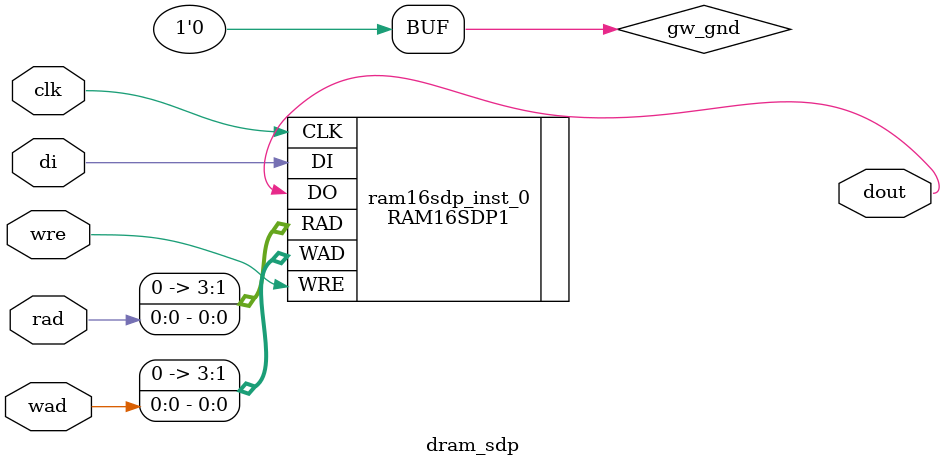
<source format=v>

module dram_sdp (dout, di, wad, rad, wre, clk);

output [0:0] dout;
input [0:0] di;
input [0:0] wad;
input [0:0] rad;
input wre;
input clk;

wire gw_gnd;

assign gw_gnd = 1'b0;

RAM16SDP1 ram16sdp_inst_0 (
    .DO(dout[0]),
    .DI(di[0]),
    .WAD({gw_gnd,gw_gnd,gw_gnd,wad[0]}),
    .RAD({gw_gnd,gw_gnd,gw_gnd,rad[0]}),
    .WRE(wre),
    .CLK(clk)
);

endmodule //dram_sdp

</source>
